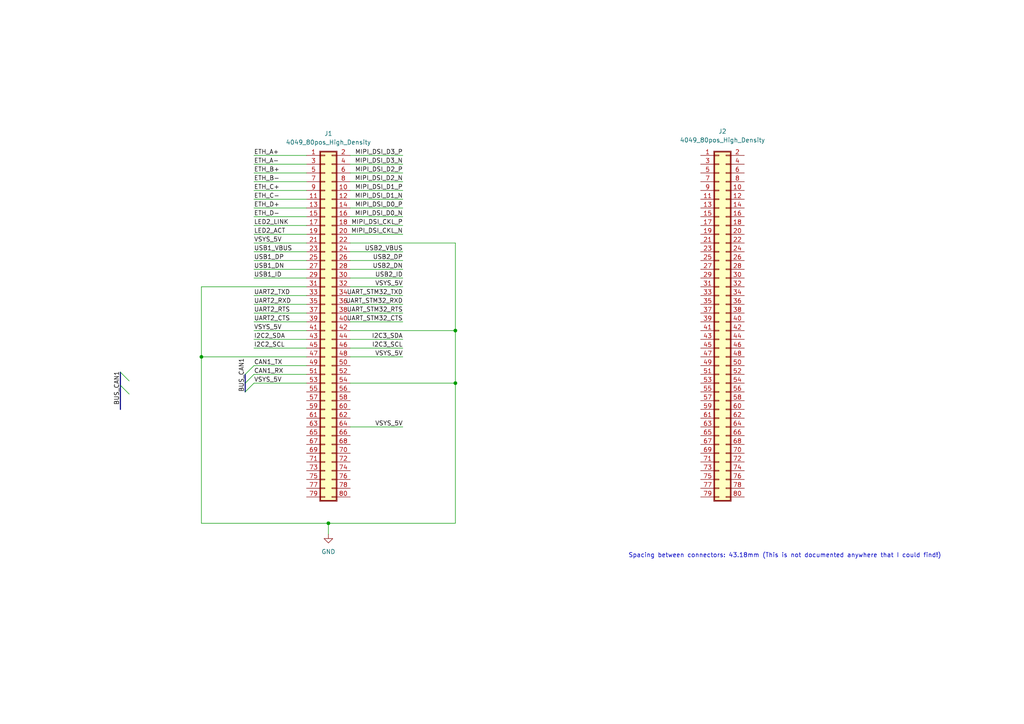
<source format=kicad_sch>
(kicad_sch (version 20211123) (generator eeschema)
  (paper "A4")
  (lib_symbols
    (symbol "Shulltronics_Connectors:4049_80pos_High_Density" (pin_names hide)
      (property "Reference" "J" (at -0.254 52.07 0))
      (property "Value" "4049_80pos_High_Density" (at 0 -52.578 0))
      (symbol "4049_80pos_High_Density_1_1"
        (rectangle (start -2.794 50.8) (end 2.286 -50.8) (stroke (width 0.1524)))
        (rectangle (start -2.54 -49.403) (end -1.27 -49.657) (stroke (width 0.1524)))
        (rectangle (start -2.54 -46.863) (end -1.27 -47.117) (stroke (width 0.1524)))
        (rectangle (start -2.54 -44.323) (end -1.27 -44.577) (stroke (width 0.1524)))
        (rectangle (start -2.54 -41.783) (end -1.27 -42.037) (stroke (width 0.1524)))
        (rectangle (start -2.54 -39.243) (end -1.27 -39.497) (stroke (width 0.1524)))
        (rectangle (start -2.54 -36.703) (end -1.27 -36.957) (stroke (width 0.1524)))
        (rectangle (start -2.54 -34.163) (end -1.27 -34.417) (stroke (width 0.1524)))
        (rectangle (start -2.54 -31.623) (end -1.27 -31.877) (stroke (width 0.1524)))
        (rectangle (start -2.54 -29.083) (end -1.27 -29.337) (stroke (width 0.1524)))
        (rectangle (start -2.54 -26.543) (end -1.27 -26.797) (stroke (width 0.1524)))
        (rectangle (start -2.54 -24.003) (end -1.27 -24.257) (stroke (width 0.1524)))
        (rectangle (start -2.54 -21.463) (end -1.27 -21.717) (stroke (width 0.1524)))
        (rectangle (start -2.54 -18.923) (end -1.27 -19.177) (stroke (width 0.1524)))
        (rectangle (start -2.54 -16.383) (end -1.27 -16.637) (stroke (width 0.1524)))
        (rectangle (start -2.54 -13.843) (end -1.27 -14.097) (stroke (width 0.1524)))
        (rectangle (start -2.54 -11.303) (end -1.27 -11.557) (stroke (width 0.1524)))
        (rectangle (start -2.54 -8.763) (end -1.27 -9.017) (stroke (width 0.1524)))
        (rectangle (start -2.54 -6.223) (end -1.27 -6.477) (stroke (width 0.1524)))
        (rectangle (start -2.54 -3.683) (end -1.27 -3.937) (stroke (width 0.1524)))
        (rectangle (start -2.54 -1.143) (end -1.27 -1.397) (stroke (width 0.1524)))
        (rectangle (start -2.54 1.397) (end -1.27 1.143) (stroke (width 0.1524)))
        (rectangle (start -2.54 3.937) (end -1.27 3.683) (stroke (width 0.1524)))
        (rectangle (start -2.54 6.477) (end -1.27 6.223) (stroke (width 0.1524)))
        (rectangle (start -2.54 9.017) (end -1.27 8.763) (stroke (width 0.1524)))
        (rectangle (start -2.54 11.557) (end -1.27 11.303) (stroke (width 0.1524)))
        (rectangle (start -2.54 14.097) (end -1.27 13.843) (stroke (width 0.1524)))
        (rectangle (start -2.54 16.637) (end -1.27 16.383) (stroke (width 0.1524)))
        (rectangle (start -2.54 19.177) (end -1.27 18.923) (stroke (width 0.1524)))
        (rectangle (start -2.54 21.717) (end -1.27 21.463) (stroke (width 0.1524)))
        (rectangle (start -2.54 24.257) (end -1.27 24.003) (stroke (width 0.1524)))
        (rectangle (start -2.54 26.797) (end -1.27 26.543) (stroke (width 0.1524)))
        (rectangle (start -2.54 29.337) (end -1.27 29.083) (stroke (width 0.1524)))
        (rectangle (start -2.54 31.877) (end -1.27 31.623) (stroke (width 0.1524)))
        (rectangle (start -2.54 34.417) (end -1.27 34.163) (stroke (width 0.1524)))
        (rectangle (start -2.54 36.957) (end -1.27 36.703) (stroke (width 0.1524)))
        (rectangle (start -2.54 39.497) (end -1.27 39.243) (stroke (width 0.1524)))
        (rectangle (start -2.54 42.037) (end -1.27 41.783) (stroke (width 0.1524)))
        (rectangle (start -2.54 44.577) (end -1.27 44.323) (stroke (width 0.1524)))
        (rectangle (start -2.54 47.117) (end -1.27 46.863) (stroke (width 0.1524)))
        (rectangle (start -2.54 49.657) (end -1.27 49.403) (stroke (width 0.1524)))
        (rectangle (start -2.54 50.546) (end 2.032 -50.546) (stroke (width 0.254)) (fill (type background)))
        (rectangle (start 2.032 -49.403) (end 0.762 -49.657) (stroke (width 0.1524)))
        (rectangle (start 2.032 -46.863) (end 0.762 -47.117) (stroke (width 0.1524)))
        (rectangle (start 2.032 -44.323) (end 0.762 -44.577) (stroke (width 0.1524)))
        (rectangle (start 2.032 -41.783) (end 0.762 -42.037) (stroke (width 0.1524)))
        (rectangle (start 2.032 -39.243) (end 0.762 -39.497) (stroke (width 0.1524)))
        (rectangle (start 2.032 -36.703) (end 0.762 -36.957) (stroke (width 0.1524)))
        (rectangle (start 2.032 -34.163) (end 0.762 -34.417) (stroke (width 0.1524)))
        (rectangle (start 2.032 -31.623) (end 0.762 -31.877) (stroke (width 0.1524)))
        (rectangle (start 2.032 -29.083) (end 0.762 -29.337) (stroke (width 0.1524)))
        (rectangle (start 2.032 -26.543) (end 0.762 -26.797) (stroke (width 0.1524)))
        (rectangle (start 2.032 -24.003) (end 0.762 -24.257) (stroke (width 0.1524)))
        (rectangle (start 2.032 -21.463) (end 0.762 -21.717) (stroke (width 0.1524)))
        (rectangle (start 2.032 -18.923) (end 0.762 -19.177) (stroke (width 0.1524)))
        (rectangle (start 2.032 -16.383) (end 0.762 -16.637) (stroke (width 0.1524)))
        (rectangle (start 2.032 -13.843) (end 0.762 -14.097) (stroke (width 0.1524)))
        (rectangle (start 2.032 -11.303) (end 0.762 -11.557) (stroke (width 0.1524)))
        (rectangle (start 2.032 -8.763) (end 0.762 -9.017) (stroke (width 0.1524)))
        (rectangle (start 2.032 -6.223) (end 0.762 -6.477) (stroke (width 0.1524)))
        (rectangle (start 2.032 -3.683) (end 0.762 -3.937) (stroke (width 0.1524)))
        (rectangle (start 2.032 -1.143) (end 0.762 -1.397) (stroke (width 0.1524)))
        (rectangle (start 2.032 1.397) (end 0.762 1.143) (stroke (width 0.1524)))
        (rectangle (start 2.032 3.937) (end 0.762 3.683) (stroke (width 0.1524)))
        (rectangle (start 2.032 6.477) (end 0.762 6.223) (stroke (width 0.1524)))
        (rectangle (start 2.032 9.017) (end 0.762 8.763) (stroke (width 0.1524)))
        (rectangle (start 2.032 11.557) (end 0.762 11.303) (stroke (width 0.1524)))
        (rectangle (start 2.032 14.097) (end 0.762 13.843) (stroke (width 0.1524)))
        (rectangle (start 2.032 16.637) (end 0.762 16.383) (stroke (width 0.1524)))
        (rectangle (start 2.032 19.177) (end 0.762 18.923) (stroke (width 0.1524)))
        (rectangle (start 2.032 21.717) (end 0.762 21.463) (stroke (width 0.1524)))
        (rectangle (start 2.032 24.257) (end 0.762 24.003) (stroke (width 0.1524)))
        (rectangle (start 2.032 26.797) (end 0.762 26.543) (stroke (width 0.1524)))
        (rectangle (start 2.032 29.337) (end 0.762 29.083) (stroke (width 0.1524)))
        (rectangle (start 2.032 31.877) (end 0.762 31.623) (stroke (width 0.1524)))
        (rectangle (start 2.032 34.417) (end 0.762 34.163) (stroke (width 0.1524)))
        (rectangle (start 2.032 36.957) (end 0.762 36.703) (stroke (width 0.1524)))
        (rectangle (start 2.032 39.497) (end 0.762 39.243) (stroke (width 0.1524)))
        (rectangle (start 2.032 42.037) (end 0.762 41.783) (stroke (width 0.1524)))
        (rectangle (start 2.032 44.577) (end 0.762 44.323) (stroke (width 0.1524)))
        (rectangle (start 2.032 47.117) (end 0.762 46.863) (stroke (width 0.1524)))
        (rectangle (start 2.032 49.657) (end 0.762 49.403) (stroke (width 0.1524)))
        (pin passive line (at -6.604 49.53 0) (length 4.064) (name "Pin_1") (number "1"))
        (pin passive line (at 6.096 39.37 180) (length 4.064) (name "Pin_10") (number "10"))
        (pin passive line (at -6.604 36.83 0) (length 4.064) (name "Pin_11") (number "11"))
        (pin passive line (at 6.096 36.83 180) (length 4.064) (name "Pin_12") (number "12"))
        (pin passive line (at -6.604 34.29 0) (length 4.064) (name "Pin_13") (number "13"))
        (pin passive line (at 6.096 34.29 180) (length 4.064) (name "Pin_14") (number "14"))
        (pin passive line (at -6.604 31.75 0) (length 4.064) (name "Pin_15") (number "15"))
        (pin passive line (at 6.096 31.75 180) (length 4.064) (name "Pin_16") (number "16"))
        (pin passive line (at -6.604 29.21 0) (length 4.064) (name "Pin_17") (number "17"))
        (pin passive line (at 6.096 29.21 180) (length 4.064) (name "Pin_18") (number "18"))
        (pin passive line (at -6.604 26.67 0) (length 4.064) (name "Pin_19") (number "19"))
        (pin passive line (at 6.096 49.53 180) (length 4.064) (name "Pin_2") (number "2"))
        (pin passive line (at 6.096 26.67 180) (length 4.064) (name "Pin_20") (number "20"))
        (pin passive line (at -6.604 24.13 0) (length 4.064) (name "Pin_21") (number "21"))
        (pin passive line (at 6.096 24.13 180) (length 4.064) (name "Pin_22") (number "22"))
        (pin passive line (at -6.604 21.59 0) (length 4.064) (name "Pin_23") (number "23"))
        (pin passive line (at 6.096 21.59 180) (length 4.064) (name "Pin_24") (number "24"))
        (pin passive line (at -6.604 19.05 0) (length 4.064) (name "Pin_25") (number "25"))
        (pin passive line (at 6.096 19.05 180) (length 4.064) (name "Pin_26") (number "26"))
        (pin passive line (at -6.604 16.51 0) (length 4.064) (name "Pin_27") (number "27"))
        (pin passive line (at 6.096 16.51 180) (length 4.064) (name "Pin_28") (number "28"))
        (pin passive line (at -6.604 13.97 0) (length 4.064) (name "Pin_29") (number "29"))
        (pin passive line (at -6.604 46.99 0) (length 4.064) (name "Pin_3") (number "3"))
        (pin passive line (at 6.096 13.97 180) (length 4.064) (name "Pin_30") (number "30"))
        (pin passive line (at -6.604 11.43 0) (length 4.064) (name "Pin_31") (number "31"))
        (pin passive line (at 6.096 11.43 180) (length 4.064) (name "Pin_32") (number "32"))
        (pin passive line (at -6.604 8.89 0) (length 4.064) (name "Pin_33") (number "33"))
        (pin passive line (at 6.096 8.89 180) (length 4.064) (name "Pin_34") (number "34"))
        (pin passive line (at -6.604 6.35 0) (length 4.064) (name "Pin_35") (number "35"))
        (pin passive line (at 6.096 6.35 180) (length 4.064) (name "Pin_36") (number "36"))
        (pin passive line (at -6.604 3.81 0) (length 4.064) (name "Pin_37") (number "37"))
        (pin passive line (at 6.096 3.81 180) (length 4.064) (name "Pin_38") (number "38"))
        (pin passive line (at -6.604 1.27 0) (length 4.064) (name "Pin_39") (number "39"))
        (pin passive line (at 6.096 46.99 180) (length 4.064) (name "Pin_4") (number "4"))
        (pin passive line (at 6.096 1.27 180) (length 4.064) (name "Pin_40") (number "40"))
        (pin passive line (at -6.604 -1.27 0) (length 4.064) (name "Pin_41") (number "41"))
        (pin passive line (at 6.096 -1.27 180) (length 4.064) (name "Pin_42") (number "42"))
        (pin passive line (at -6.604 -3.81 0) (length 4.064) (name "Pin_43") (number "43"))
        (pin passive line (at 6.096 -3.81 180) (length 4.064) (name "Pin_44") (number "44"))
        (pin passive line (at -6.604 -6.35 0) (length 4.064) (name "Pin_45") (number "45"))
        (pin passive line (at 6.096 -6.35 180) (length 4.064) (name "Pin_46") (number "46"))
        (pin passive line (at -6.604 -8.89 0) (length 4.064) (name "Pin_47") (number "47"))
        (pin passive line (at 6.096 -8.89 180) (length 4.064) (name "Pin_48") (number "48"))
        (pin passive line (at -6.604 -11.43 0) (length 4.064) (name "Pin_49") (number "49"))
        (pin passive line (at -6.604 44.45 0) (length 4.064) (name "Pin_5") (number "5"))
        (pin passive line (at 6.096 -11.43 180) (length 4.064) (name "Pin_50") (number "50"))
        (pin passive line (at -6.604 -13.97 0) (length 4.064) (name "Pin_51") (number "51"))
        (pin passive line (at 6.096 -13.97 180) (length 4.064) (name "Pin_52") (number "52"))
        (pin passive line (at -6.604 -16.51 0) (length 4.064) (name "Pin_53") (number "53"))
        (pin passive line (at 6.096 -16.51 180) (length 4.064) (name "Pin_54") (number "54"))
        (pin passive line (at -6.604 -19.05 0) (length 4.064) (name "Pin_55") (number "55"))
        (pin passive line (at 6.096 -19.05 180) (length 4.064) (name "Pin_56") (number "56"))
        (pin passive line (at -6.604 -21.59 0) (length 4.064) (name "Pin_57") (number "57"))
        (pin passive line (at 6.096 -21.59 180) (length 4.064) (name "Pin_58") (number "58"))
        (pin passive line (at -6.604 -24.13 0) (length 4.064) (name "Pin_59") (number "59"))
        (pin passive line (at 6.096 44.45 180) (length 4.064) (name "Pin_6") (number "6"))
        (pin passive line (at 6.096 -24.13 180) (length 4.064) (name "Pin_60") (number "60"))
        (pin passive line (at -6.604 -26.67 0) (length 4.064) (name "Pin_61") (number "61"))
        (pin passive line (at 6.096 -26.67 180) (length 4.064) (name "Pin_62") (number "62"))
        (pin passive line (at -6.604 -29.21 0) (length 4.064) (name "Pin_63") (number "63"))
        (pin passive line (at 6.096 -29.21 180) (length 4.064) (name "Pin_64") (number "64"))
        (pin passive line (at -6.604 -31.75 0) (length 4.064) (name "Pin_65") (number "65"))
        (pin passive line (at 6.096 -31.75 180) (length 4.064) (name "Pin_66") (number "66"))
        (pin passive line (at -6.604 -34.29 0) (length 4.064) (name "Pin_67") (number "67"))
        (pin passive line (at 6.096 -34.29 180) (length 4.064) (name "Pin_68") (number "68"))
        (pin passive line (at -6.604 -36.83 0) (length 4.064) (name "Pin_69") (number "69"))
        (pin passive line (at -6.604 41.91 0) (length 4.064) (name "Pin_7") (number "7"))
        (pin passive line (at 6.096 -36.83 180) (length 4.064) (name "Pin_70") (number "70"))
        (pin passive line (at -6.604 -39.37 0) (length 4.064) (name "Pin_71") (number "71"))
        (pin passive line (at 6.096 -39.37 180) (length 4.064) (name "Pin_72") (number "72"))
        (pin passive line (at -6.604 -41.91 0) (length 4.064) (name "Pin_73") (number "73"))
        (pin passive line (at 6.096 -41.91 180) (length 4.064) (name "Pin_74") (number "74"))
        (pin passive line (at -6.604 -44.45 0) (length 4.064) (name "Pin_75") (number "75"))
        (pin passive line (at 6.096 -44.45 180) (length 4.064) (name "Pin_76") (number "76"))
        (pin passive line (at -6.604 -46.99 0) (length 4.064) (name "Pin_77") (number "77"))
        (pin passive line (at 6.096 -46.99 180) (length 4.064) (name "Pin_78") (number "78"))
        (pin passive line (at -6.604 -49.53 0) (length 4.064) (name "Pin_79") (number "79"))
        (pin passive line (at 6.096 41.91 180) (length 4.064) (name "Pin_8") (number "8"))
        (pin passive line (at 6.096 -49.53 180) (length 4.064) (name "Pin_80") (number "80"))
        (pin passive line (at -6.604 39.37 0) (length 4.064) (name "Pin_9") (number "9"))
      )
    )
    (symbol "Shulltronics_Sch_Symbols:GND" (power) (pin_names (offset 0))
      (property "Value" "GND" (at 0 -3.81 0))
      (symbol "GND_0_1"
        (polyline (pts (xy 0 0) (xy 0 -1.27) (xy 1.27 -1.27) (xy 0 -2.54) (xy -1.27 -1.27) (xy 0 -1.27)))
      )
      (symbol "GND_1_1"
        (pin power_in line (at 0 0 270) (length 0) hide (name "GND") (number "1"))
      )
    )
  )
  (junction (at 132.08 95.885))
  (junction (at 58.42 103.505))
  (junction (at 132.08 111.125))
  (junction (at 95.25 151.765))
  (bus_entry (at 73.66 108.585) (size -2.54 2.54))
  (bus_entry (at 73.66 106.045) (size -2.54 2.54))
  (bus_entry (at 73.66 111.125) (size -2.54 2.54))
  (bus_entry (at 34.925 111.76) (size 2.54 2.54))
  (bus_entry (at 34.925 107.95) (size 2.54 2.54))
  (wire (pts (xy 73.66 73.025) (xy 88.9 73.025)))
  (wire (pts (xy 95.25 151.765) (xy 95.25 154.94)))
  (wire (pts (xy 73.66 60.325) (xy 88.9 60.325)))
  (wire (pts (xy 58.42 151.765) (xy 95.25 151.765)))
  (wire (pts (xy 101.6 95.885) (xy 132.08 95.885)))
  (wire (pts (xy 101.6 98.425) (xy 116.84 98.425)))
  (wire (pts (xy 132.08 151.765) (xy 95.25 151.765)))
  (wire (pts (xy 101.6 85.725) (xy 116.84 85.725)))
  (wire (pts (xy 73.66 108.585) (xy 88.9 108.585)))
  (wire (pts (xy 73.66 50.165) (xy 88.9 50.165)))
  (wire (pts (xy 73.66 47.625) (xy 88.9 47.625)))
  (wire (pts (xy 132.08 111.125) (xy 132.08 151.765)))
  (wire (pts (xy 58.42 103.505) (xy 58.42 151.765)))
  (wire (pts (xy 101.6 52.705) (xy 116.84 52.705)))
  (wire (pts (xy 73.66 106.045) (xy 88.9 106.045)))
  (wire (pts (xy 73.66 67.945) (xy 88.9 67.945)))
  (wire (pts (xy 73.66 95.885) (xy 88.9 95.885)))
  (wire (pts (xy 88.9 98.425) (xy 73.66 98.425)))
  (wire (pts (xy 116.84 123.825) (xy 101.6 123.825)))
  (bus (pts (xy 71.12 111.125) (xy 71.12 113.665)))
  (wire (pts (xy 73.66 70.485) (xy 88.9 70.485)))
  (wire (pts (xy 101.6 93.345) (xy 116.84 93.345)))
  (wire (pts (xy 101.6 50.165) (xy 116.84 50.165)))
  (wire (pts (xy 73.66 80.645) (xy 88.9 80.645)))
  (wire (pts (xy 101.6 47.625) (xy 116.84 47.625)))
  (wire (pts (xy 101.6 55.245) (xy 116.84 55.245)))
  (wire (pts (xy 116.84 78.105) (xy 101.6 78.105)))
  (wire (pts (xy 73.66 78.105) (xy 88.9 78.105)))
  (wire (pts (xy 73.66 88.265) (xy 88.9 88.265)))
  (wire (pts (xy 101.6 88.265) (xy 116.84 88.265)))
  (wire (pts (xy 73.66 62.865) (xy 88.9 62.865)))
  (wire (pts (xy 73.66 57.785) (xy 88.9 57.785)))
  (wire (pts (xy 101.6 70.485) (xy 132.08 70.485)))
  (wire (pts (xy 101.6 45.085) (xy 116.84 45.085)))
  (wire (pts (xy 116.84 83.185) (xy 101.6 83.185)))
  (wire (pts (xy 73.66 90.805) (xy 88.9 90.805)))
  (bus (pts (xy 34.925 107.95) (xy 34.925 111.76)))
  (wire (pts (xy 73.66 52.705) (xy 88.9 52.705)))
  (wire (pts (xy 101.6 65.405) (xy 116.84 65.405)))
  (bus (pts (xy 34.925 111.76) (xy 34.925 118.745)))
  (wire (pts (xy 101.6 111.125) (xy 132.08 111.125)))
  (wire (pts (xy 116.84 73.025) (xy 101.6 73.025)))
  (wire (pts (xy 58.42 83.185) (xy 58.42 103.505)))
  (wire (pts (xy 73.66 85.725) (xy 88.9 85.725)))
  (wire (pts (xy 116.84 80.645) (xy 101.6 80.645)))
  (wire (pts (xy 101.6 90.805) (xy 116.84 90.805)))
  (wire (pts (xy 101.6 57.785) (xy 116.84 57.785)))
  (wire (pts (xy 101.6 62.865) (xy 116.84 62.865)))
  (wire (pts (xy 132.08 95.885) (xy 132.08 111.125)))
  (wire (pts (xy 58.42 103.505) (xy 88.9 103.505)))
  (wire (pts (xy 73.66 111.125) (xy 88.9 111.125)))
  (wire (pts (xy 116.84 75.565) (xy 101.6 75.565)))
  (wire (pts (xy 73.66 45.085) (xy 88.9 45.085)))
  (wire (pts (xy 73.66 55.245) (xy 88.9 55.245)))
  (bus (pts (xy 71.12 108.585) (xy 71.12 111.125)))
  (wire (pts (xy 73.66 75.565) (xy 88.9 75.565)))
  (wire (pts (xy 73.66 65.405) (xy 88.9 65.405)))
  (wire (pts (xy 73.66 93.345) (xy 88.9 93.345)))
  (wire (pts (xy 101.6 100.965) (xy 116.84 100.965)))
  (wire (pts (xy 116.84 103.505) (xy 101.6 103.505)))
  (wire (pts (xy 132.08 70.485) (xy 132.08 95.885)))
  (wire (pts (xy 101.6 60.325) (xy 116.84 60.325)))
  (wire (pts (xy 88.9 100.965) (xy 73.66 100.965)))
  (wire (pts (xy 88.9 83.185) (xy 58.42 83.185)))
  (wire (pts (xy 101.6 67.945) (xy 116.84 67.945)))
  (text "Spacing between connectors: 43.18mm (This is not documented anywhere that I could find!)" (at 182.245 161.925 0) (effects (font (size 1.27 1.27)) (justify left bottom)))
  (label "VSYS_5V" (at 116.84 83.185 180))
  (label "UART2_TXD" (at 73.66 85.725 0))
  (label "USB1_DP" (at 73.66 75.565 0))
  (label "ETH_C+" (at 73.66 55.245 0))
  (label "I2C3_SDA" (at 116.84 98.425 180))
  (label "UART2_RTS" (at 73.66 90.805 0))
  (label "VSYS_5V" (at 116.84 103.505 180))
  (label "VSYS_5V" (at 73.66 95.885 0))
  (label "I2C2_SDA" (at 73.66 98.425 0))
  (label "LED2_LINK" (at 73.66 65.405 0))
  (label "UART2_RXD" (at 73.66 88.265 0))
  (label "USB1_DN" (at 73.66 78.105 0))
  (label "USB2_DP" (at 116.84 75.565 180))
  (label "MIPI_DSI_D2_P" (at 116.84 50.165 180))
  (label "I2C2_SCL" (at 73.66 100.965 0))
  (label "UART_STM32_CTS" (at 116.84 93.345 180))
  (label "VSYS_5V" (at 73.66 111.125 0))
  (label "UART2_CTS" (at 73.66 93.345 0))
  (label "USB1_ID" (at 73.66 80.645 0))
  (label "ETH_C-" (at 73.66 57.785 0))
  (label "ETH_A-" (at 73.66 47.625 0))
  (label "CAN1_TX" (at 73.66 106.045 0))
  (label "LED2_ACT" (at 73.66 67.945 0))
  (label "BUS_CAN1" (at 71.12 113.665 90))
  (label "MIPI_DSI_CKL_N" (at 116.84 67.945 180))
  (label "USB2_VBUS" (at 116.84 73.025 180))
  (label "ETH_B-" (at 73.66 52.705 0))
  (label "UART_STM32_TXD" (at 116.84 85.725 180))
  (label "MIPI_DSI_D1_P" (at 116.84 55.245 180))
  (label "ETH_D-" (at 73.66 62.865 0))
  (label "UART_STM32_RXD" (at 116.84 88.265 180))
  (label "BUS_CAN1" (at 34.925 117.475 90))
  (label "MIPI_DSI_D0_N" (at 116.84 62.865 180))
  (label "MIPI_DSI_D2_N" (at 116.84 52.705 180))
  (label "VSYS_5V" (at 116.84 123.825 180))
  (label "ETH_B+" (at 73.66 50.165 0))
  (label "CAN1_RX" (at 73.66 108.585 0))
  (label "MIPI_DSI_CKL_P" (at 116.84 65.405 180))
  (label "USB1_VBUS" (at 73.66 73.025 0))
  (label "MIPI_DSI_D3_P" (at 116.84 45.085 180))
  (label "MIPI_DSI_D1_N" (at 116.84 57.785 180))
  (label "MIPI_DSI_D0_P" (at 116.84 60.325 180))
  (label "ETH_D+" (at 73.66 60.325 0))
  (label "VSYS_5V" (at 73.66 70.485 0))
  (label "I2C3_SCL" (at 116.84 100.965 180))
  (label "USB2_ID" (at 116.84 80.645 180))
  (label "MIPI_DSI_D3_N" (at 116.84 47.625 180))
  (label "UART_STM32_RTS" (at 116.84 90.805 180))
  (label "USB2_DN" (at 116.84 78.105 180))
  (label "ETH_A+" (at 73.66 45.085 0))
  (symbol (lib_id "Shulltronics_Sch_Symbols:GND") (at 95.25 154.94 0) (unit 1)
    (property "Reference" "#PWR?" (effects hide))
    (property "Value" "GND" (at 95.25 160.02 0))
  )
  (symbol (lib_id "Shulltronics_Connectors:4049_80pos_High_Density") (at 209.804 94.615 0) (unit 1)
    (property "Reference" "J2" (at 209.55 38.1 0))
    (property "Value" "4049_80pos_High_Density" (at 209.55 40.64 0))
    (property "Footprint" "Shulltronics_Connectors:4049_DF40HC_80pos" (effects hide))
    (property "Datasheet" "https://www.hirose.com/en/product/document?clcode=&productname=&series=DF40&documenttype=Catalog&lang=en&documentid=en_DF40_CAT" (effects hide))
  )
  (symbol (lib_id "Shulltronics_Connectors:4049_80pos_High_Density") (at 95.504 94.615 0) (unit 1)
    (property "Reference" "J1" (at 95.25 38.735 0))
    (property "Value" "4049_80pos_High_Density" (at 95.25 41.275 0))
    (property "Footprint" "Shulltronics_Connectors:4049_DF40HC_80pos" (effects hide))
    (property "Datasheet" "https://www.hirose.com/en/product/document?clcode=&productname=&series=DF40&documenttype=Catalog&lang=en&documentid=en_DF40_CAT" (effects hide))
  )
)
</source>
